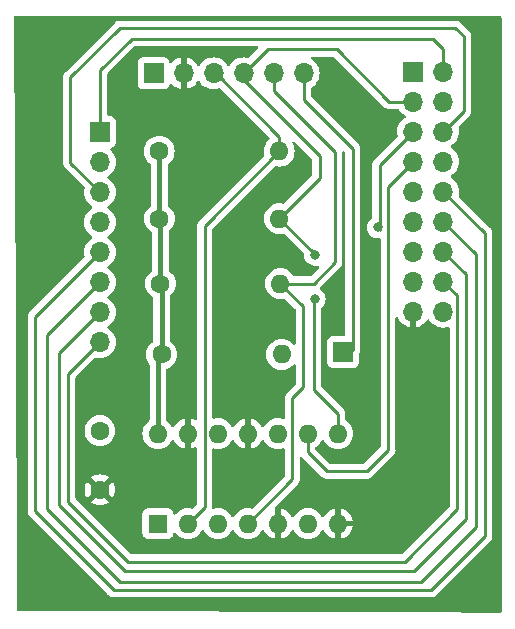
<source format=gbl>
%TF.GenerationSoftware,KiCad,Pcbnew,7.0.1*%
%TF.CreationDate,2024-07-09T13:26:22+08:00*%
%TF.ProjectId,iecadp,69656361-6470-42e6-9b69-6361645f7063,rev?*%
%TF.SameCoordinates,Original*%
%TF.FileFunction,Copper,L2,Bot*%
%TF.FilePolarity,Positive*%
%FSLAX46Y46*%
G04 Gerber Fmt 4.6, Leading zero omitted, Abs format (unit mm)*
G04 Created by KiCad (PCBNEW 7.0.1) date 2024-07-09 13:26:22*
%MOMM*%
%LPD*%
G01*
G04 APERTURE LIST*
%TA.AperFunction,ComponentPad*%
%ADD10R,1.700000X1.700000*%
%TD*%
%TA.AperFunction,ComponentPad*%
%ADD11O,1.700000X1.700000*%
%TD*%
%TA.AperFunction,ComponentPad*%
%ADD12R,1.600000X1.600000*%
%TD*%
%TA.AperFunction,ComponentPad*%
%ADD13O,1.600000X1.600000*%
%TD*%
%TA.AperFunction,ComponentPad*%
%ADD14C,1.600000*%
%TD*%
%TA.AperFunction,ViaPad*%
%ADD15C,0.800000*%
%TD*%
%TA.AperFunction,Conductor*%
%ADD16C,0.250000*%
%TD*%
%TA.AperFunction,Conductor*%
%ADD17C,0.400000*%
%TD*%
G04 APERTURE END LIST*
D10*
%TO.P,J4,1,Pin_1*%
%TO.N,Net-(J1-Pin_2)*%
X115500000Y-68920000D03*
D11*
%TO.P,J4,2,Pin_2*%
%TO.N,Net-(J1-Pin_4)*%
X115500000Y-71460000D03*
%TO.P,J4,3,Pin_3*%
%TO.N,Net-(J1-Pin_6)*%
X115500000Y-74000000D03*
%TO.P,J4,4,Pin_4*%
%TO.N,Net-(J1-Pin_8)*%
X115500000Y-76540000D03*
%TO.P,J4,5,Pin_5*%
%TO.N,Net-(J1-Pin_10)*%
X115500000Y-79080000D03*
%TO.P,J4,6,Pin_6*%
%TO.N,Net-(J1-Pin_12)*%
X115500000Y-81620000D03*
%TO.P,J4,7,Pin_7*%
%TO.N,Net-(J1-Pin_14)*%
X115500000Y-84160000D03*
%TO.P,J4,8,Pin_8*%
%TO.N,Net-(J1-Pin_16)*%
X115500000Y-86700000D03*
%TD*%
D12*
%TO.P,U1,1*%
%TO.N,Net-(J1-Pin_9)*%
X120400000Y-102065000D03*
D13*
%TO.P,U1,2*%
%TO.N,Net-(J2-Pin_3)*%
X122940000Y-102065000D03*
%TO.P,U1,3*%
%TO.N,Net-(J1-Pin_5)*%
X125480000Y-102065000D03*
%TO.P,U1,4*%
%TO.N,DATA*%
X128020000Y-102065000D03*
%TO.P,U1,5*%
%TO.N,GND*%
X130560000Y-102065000D03*
%TO.P,U1,6*%
%TO.N,unconnected-(U1-Pad6)*%
X133100000Y-102065000D03*
%TO.P,U1,7,GND*%
%TO.N,GND*%
X135640000Y-102065000D03*
%TO.P,U1,8*%
%TO.N,CLK*%
X135640000Y-94445000D03*
%TO.P,U1,9*%
%TO.N,Net-(J1-Pin_7)*%
X133100000Y-94445000D03*
%TO.P,U1,10*%
%TO.N,unconnected-(U1-Pad10)*%
X130560000Y-94445000D03*
%TO.P,U1,11*%
%TO.N,GND*%
X128020000Y-94445000D03*
%TO.P,U1,12*%
%TO.N,unconnected-(U1-Pad12)*%
X125480000Y-94445000D03*
%TO.P,U1,13*%
%TO.N,GND*%
X122940000Y-94445000D03*
%TO.P,U1,14,VCC*%
%TO.N,VCC*%
X120400000Y-94445000D03*
%TD*%
D14*
%TO.P,R1,1*%
%TO.N,VCC*%
X120720000Y-87745000D03*
D13*
%TO.P,R1,2*%
%TO.N,RS*%
X130880000Y-87745000D03*
%TD*%
D14*
%TO.P,R4,1*%
%TO.N,VCC*%
X120520000Y-70545000D03*
D13*
%TO.P,R4,2*%
%TO.N,Net-(J2-Pin_3)*%
X130680000Y-70545000D03*
%TD*%
D10*
%TO.P,J2,1,Pin_1*%
%TO.N,unconnected-(J2-Pin_1-Pad1)*%
X120040000Y-63945000D03*
D11*
%TO.P,J2,2,Pin_2*%
%TO.N,GND*%
X122580000Y-63945000D03*
%TO.P,J2,3,Pin_3*%
%TO.N,Net-(J2-Pin_3)*%
X125120000Y-63945000D03*
%TO.P,J2,4,Pin_4*%
%TO.N,CLK*%
X127660000Y-63945000D03*
%TO.P,J2,5,Pin_5*%
%TO.N,DATA*%
X130200000Y-63945000D03*
%TO.P,J2,6,Pin_6*%
%TO.N,RS*%
X132740000Y-63945000D03*
%TD*%
D14*
%TO.P,C1,1*%
%TO.N,VCC*%
X115500000Y-94200000D03*
%TO.P,C1,2*%
%TO.N,GND*%
X115500000Y-99200000D03*
%TD*%
D10*
%TO.P,J3,1,Pin_1*%
%TO.N,RS*%
X136095000Y-87545000D03*
%TD*%
D14*
%TO.P,R3,1*%
%TO.N,VCC*%
X120540000Y-76245000D03*
D13*
%TO.P,R3,2*%
%TO.N,CLK*%
X130700000Y-76245000D03*
%TD*%
D14*
%TO.P,R2,1*%
%TO.N,VCC*%
X120620000Y-81745000D03*
D13*
%TO.P,R2,2*%
%TO.N,DATA*%
X130780000Y-81745000D03*
%TD*%
D10*
%TO.P,J1,1,Pin_1*%
%TO.N,DATA*%
X142020000Y-63795000D03*
D11*
%TO.P,J1,2,Pin_2*%
%TO.N,Net-(J1-Pin_2)*%
X144560000Y-63795000D03*
%TO.P,J1,3,Pin_3*%
%TO.N,CLK*%
X142020000Y-66335000D03*
%TO.P,J1,4,Pin_4*%
%TO.N,Net-(J1-Pin_4)*%
X144560000Y-66335000D03*
%TO.P,J1,5,Pin_5*%
%TO.N,Net-(J1-Pin_5)*%
X142020000Y-68875000D03*
%TO.P,J1,6,Pin_6*%
%TO.N,Net-(J1-Pin_6)*%
X144560000Y-68875000D03*
%TO.P,J1,7,Pin_7*%
%TO.N,Net-(J1-Pin_7)*%
X142020000Y-71415000D03*
%TO.P,J1,8,Pin_8*%
%TO.N,Net-(J1-Pin_8)*%
X144560000Y-71415000D03*
%TO.P,J1,9,Pin_9*%
%TO.N,Net-(J1-Pin_9)*%
X142020000Y-73955000D03*
%TO.P,J1,10,Pin_10*%
%TO.N,Net-(J1-Pin_10)*%
X144560000Y-73955000D03*
%TO.P,J1,11,Pin_11*%
%TO.N,unconnected-(J1-Pin_11-Pad11)*%
X142020000Y-76495000D03*
%TO.P,J1,12,Pin_12*%
%TO.N,Net-(J1-Pin_12)*%
X144560000Y-76495000D03*
%TO.P,J1,13,Pin_13*%
%TO.N,unconnected-(J1-Pin_13-Pad13)*%
X142020000Y-79035000D03*
%TO.P,J1,14,Pin_14*%
%TO.N,Net-(J1-Pin_14)*%
X144560000Y-79035000D03*
%TO.P,J1,15,Pin_15*%
%TO.N,unconnected-(J1-Pin_15-Pad15)*%
X142020000Y-81575000D03*
%TO.P,J1,16,Pin_16*%
%TO.N,Net-(J1-Pin_16)*%
X144560000Y-81575000D03*
%TO.P,J1,17,Pin_17*%
%TO.N,GND*%
X142020000Y-84115000D03*
%TO.P,J1,18,Pin_18*%
%TO.N,VCC*%
X144560000Y-84115000D03*
%TD*%
D15*
%TO.N,GND*%
X148000000Y-108000000D03*
X139000000Y-70000000D03*
X110000000Y-78000000D03*
X148000000Y-74000000D03*
X110000000Y-108000000D03*
%TO.N,CLK*%
X133695000Y-79345000D03*
X133695000Y-83045000D03*
%TO.N,Net-(J1-Pin_5)*%
X139000000Y-77000000D03*
%TD*%
D16*
%TO.N,VCC*%
X120620000Y-87645000D02*
X120720000Y-87745000D01*
X120620000Y-88120000D02*
X120295000Y-88445000D01*
X120540000Y-70565000D02*
X120520000Y-70545000D01*
X120620000Y-76325000D02*
X120540000Y-76245000D01*
D17*
X120540000Y-76245000D02*
X120540000Y-70565000D01*
X120400000Y-94445000D02*
X120400000Y-88065000D01*
D16*
X120520000Y-76225000D02*
X120540000Y-76245000D01*
X120720000Y-81845000D02*
X120620000Y-81745000D01*
X120400000Y-88065000D02*
X120720000Y-87745000D01*
D17*
X120720000Y-87745000D02*
X120720000Y-81845000D01*
X120620000Y-81745000D02*
X120620000Y-76325000D01*
D16*
%TO.N,CLK*%
X135640000Y-92790000D02*
X135640000Y-94445000D01*
X133695000Y-79345000D02*
X133695000Y-79240000D01*
X133595000Y-83145000D02*
X133595000Y-90745000D01*
X133695000Y-79240000D02*
X130700000Y-76245000D01*
X134095000Y-70945000D02*
X134095000Y-72850000D01*
X135550000Y-61900000D02*
X129705000Y-61900000D01*
X127660000Y-63945000D02*
X127660000Y-64510000D01*
X133595000Y-90745000D02*
X135640000Y-92790000D01*
X134095000Y-72850000D02*
X130700000Y-76245000D01*
X133695000Y-83045000D02*
X133595000Y-83145000D01*
X139985000Y-66335000D02*
X135550000Y-61900000D01*
X129705000Y-61900000D02*
X127660000Y-63945000D01*
X142020000Y-66335000D02*
X139985000Y-66335000D01*
X127660000Y-64510000D02*
X134095000Y-70945000D01*
%TO.N,DATA*%
X131795000Y-91445000D02*
X132695000Y-90545000D01*
X128020000Y-102065000D02*
X131795000Y-98290000D01*
X131795000Y-98290000D02*
X131795000Y-91445000D01*
X130200000Y-65450000D02*
X130200000Y-63945000D01*
X135395000Y-70645000D02*
X130200000Y-65450000D01*
X133595000Y-81745000D02*
X135395000Y-79945000D01*
X132695000Y-83660000D02*
X130780000Y-81745000D01*
X130780000Y-81745000D02*
X133595000Y-81745000D01*
X135395000Y-79945000D02*
X135395000Y-70645000D01*
X132695000Y-90545000D02*
X132695000Y-83660000D01*
%TO.N,RS*%
X136500000Y-87645000D02*
X136400000Y-87745000D01*
X132740000Y-66190000D02*
X136900000Y-70350000D01*
X132740000Y-63945000D02*
X132740000Y-66190000D01*
X136900000Y-70350000D02*
X136900000Y-87345000D01*
X136900000Y-87345000D02*
X136500000Y-87745000D01*
%TO.N,Net-(J1-Pin_2)*%
X144560000Y-61860000D02*
X143700000Y-61000000D01*
X144560000Y-63795000D02*
X144560000Y-61860000D01*
X143700000Y-61000000D02*
X118200000Y-61000000D01*
X115500000Y-63700000D02*
X115500000Y-68920000D01*
X144560000Y-63795000D02*
X144200000Y-63435000D01*
X118200000Y-61000000D02*
X115500000Y-63700000D01*
%TO.N,Net-(J1-Pin_5)*%
X139170500Y-77200000D02*
X139170500Y-71724500D01*
X139170500Y-71724500D02*
X142020000Y-68875000D01*
%TO.N,Net-(J1-Pin_6)*%
X146300000Y-67135000D02*
X146300000Y-60800000D01*
X117200000Y-60100000D02*
X113000000Y-64300000D01*
X145600000Y-60100000D02*
X117200000Y-60100000D01*
X113000000Y-64300000D02*
X113000000Y-71500000D01*
X146300000Y-60800000D02*
X145600000Y-60100000D01*
X144560000Y-68875000D02*
X146300000Y-67135000D01*
X113000000Y-71500000D02*
X115500000Y-74000000D01*
%TO.N,Net-(J1-Pin_7)*%
X133100000Y-96050000D02*
X134695000Y-97645000D01*
X139895000Y-95845000D02*
X139895000Y-73540000D01*
X138095000Y-97645000D02*
X139895000Y-95845000D01*
X139895000Y-73540000D02*
X142020000Y-71415000D01*
X134695000Y-97645000D02*
X138095000Y-97645000D01*
X133100000Y-94445000D02*
X133100000Y-96050000D01*
%TO.N,Net-(J1-Pin_10)*%
X148100000Y-77495000D02*
X148100000Y-103100000D01*
X110000000Y-84580000D02*
X115500000Y-79080000D01*
X148100000Y-103100000D02*
X143500000Y-107700000D01*
X143500000Y-107700000D02*
X116700000Y-107700000D01*
X110000000Y-101000000D02*
X110000000Y-84580000D01*
X144560000Y-73955000D02*
X148100000Y-77495000D01*
X116700000Y-107700000D02*
X110000000Y-101000000D01*
%TO.N,Net-(J1-Pin_12)*%
X144560000Y-76495000D02*
X147300000Y-79235000D01*
X111000000Y-100800000D02*
X111000000Y-86120000D01*
X111000000Y-86120000D02*
X115500000Y-81620000D01*
X147300000Y-102400000D02*
X142700000Y-107000000D01*
X147300000Y-79235000D02*
X147300000Y-102400000D01*
X117200000Y-107000000D02*
X111000000Y-100800000D01*
X142700000Y-107000000D02*
X117200000Y-107000000D01*
%TO.N,Net-(J1-Pin_14)*%
X117600000Y-106100000D02*
X112000000Y-100500000D01*
X144560000Y-79035000D02*
X146500000Y-80975000D01*
X146500000Y-101700000D02*
X142100000Y-106100000D01*
X146500000Y-80975000D02*
X146500000Y-101700000D01*
X142100000Y-106100000D02*
X117600000Y-106100000D01*
X112000000Y-100500000D02*
X112000000Y-87660000D01*
X112000000Y-87660000D02*
X115500000Y-84160000D01*
%TO.N,Net-(J1-Pin_16)*%
X141300000Y-105300000D02*
X117900000Y-105300000D01*
X112800000Y-89400000D02*
X115500000Y-86700000D01*
X112800000Y-100200000D02*
X112800000Y-89400000D01*
X144560000Y-81575000D02*
X145735000Y-82750000D01*
X145735000Y-82750000D02*
X145735000Y-100865000D01*
X145735000Y-100865000D02*
X141300000Y-105300000D01*
X117900000Y-105300000D02*
X112800000Y-100200000D01*
%TO.N,Net-(J2-Pin_3)*%
X124355000Y-100650000D02*
X122940000Y-102065000D01*
X130680000Y-70545000D02*
X130680000Y-69330000D01*
X124355000Y-76870000D02*
X124355000Y-100650000D01*
X125295000Y-63945000D02*
X125120000Y-63945000D01*
X130680000Y-69330000D02*
X125295000Y-63945000D01*
X130680000Y-70545000D02*
X124355000Y-76870000D01*
%TD*%
%TA.AperFunction,Conductor*%
%TO.N,GND*%
G36*
X128851843Y-61639015D02*
G01*
X128895866Y-61676615D01*
X128918021Y-61730102D01*
X128913479Y-61787818D01*
X128883229Y-61837181D01*
X128115646Y-62604762D01*
X128060058Y-62636856D01*
X127995872Y-62636856D01*
X127911930Y-62614364D01*
X127895405Y-62609936D01*
X127660000Y-62589340D01*
X127424592Y-62609936D01*
X127196336Y-62671097D01*
X126982170Y-62770965D01*
X126788598Y-62906505D01*
X126621505Y-63073598D01*
X126491575Y-63259159D01*
X126447257Y-63298025D01*
X126390000Y-63312036D01*
X126332743Y-63298025D01*
X126288425Y-63259159D01*
X126158494Y-63073598D01*
X125991404Y-62906508D01*
X125991401Y-62906505D01*
X125797830Y-62770965D01*
X125583663Y-62671097D01*
X125522501Y-62654709D01*
X125355407Y-62609936D01*
X125120000Y-62589340D01*
X124884592Y-62609936D01*
X124656336Y-62671097D01*
X124442170Y-62770965D01*
X124248598Y-62906505D01*
X124081508Y-63073595D01*
X123951269Y-63259596D01*
X123906951Y-63298461D01*
X123849694Y-63312472D01*
X123792437Y-63298461D01*
X123748119Y-63259595D01*
X123618109Y-63073921D01*
X123451081Y-62906893D01*
X123257576Y-62771399D01*
X123043492Y-62671569D01*
X122830000Y-62614364D01*
X122830000Y-65275635D01*
X123043492Y-65218430D01*
X123257576Y-65118600D01*
X123451081Y-64983106D01*
X123618109Y-64816078D01*
X123748119Y-64630405D01*
X123792437Y-64591539D01*
X123849694Y-64577528D01*
X123906951Y-64591539D01*
X123951267Y-64630402D01*
X124081505Y-64816401D01*
X124248599Y-64983495D01*
X124442170Y-65119035D01*
X124656337Y-65218903D01*
X124884592Y-65280063D01*
X125120000Y-65300659D01*
X125355408Y-65280063D01*
X125583663Y-65218903D01*
X125583663Y-65218902D01*
X125593892Y-65216162D01*
X125658079Y-65216162D01*
X125713666Y-65248256D01*
X129837930Y-69372521D01*
X129870024Y-69428108D01*
X129870024Y-69492296D01*
X129837930Y-69547883D01*
X129679953Y-69705859D01*
X129549432Y-69892264D01*
X129453261Y-70098502D01*
X129394364Y-70318310D01*
X129374531Y-70544999D01*
X129394364Y-70771690D01*
X129412680Y-70840047D01*
X129412680Y-70904234D01*
X129380586Y-70959821D01*
X123971208Y-76369199D01*
X123955110Y-76382096D01*
X123907096Y-76433225D01*
X123904391Y-76436017D01*
X123884874Y-76455534D01*
X123882415Y-76458705D01*
X123874842Y-76467572D01*
X123844935Y-76499420D01*
X123835285Y-76516974D01*
X123824609Y-76533228D01*
X123812326Y-76549063D01*
X123794975Y-76589158D01*
X123789838Y-76599644D01*
X123768802Y-76637907D01*
X123763821Y-76657309D01*
X123757520Y-76675711D01*
X123749561Y-76694102D01*
X123742728Y-76737242D01*
X123740360Y-76748674D01*
X123729500Y-76790978D01*
X123729500Y-76811016D01*
X123727973Y-76830415D01*
X123724840Y-76850194D01*
X123728950Y-76893675D01*
X123729500Y-76905344D01*
X123729500Y-93184117D01*
X123714214Y-93243760D01*
X123672125Y-93288697D01*
X123613610Y-93307851D01*
X123553096Y-93296499D01*
X123386328Y-93218734D01*
X123190000Y-93166128D01*
X123190000Y-95723871D01*
X123386328Y-95671265D01*
X123553096Y-95593501D01*
X123613610Y-95582149D01*
X123672125Y-95601303D01*
X123714214Y-95646240D01*
X123729500Y-95705883D01*
X123729500Y-100339547D01*
X123720061Y-100387000D01*
X123693183Y-100427225D01*
X123428362Y-100692046D01*
X123354821Y-100765587D01*
X123299234Y-100797680D01*
X123235047Y-100797680D01*
X123166690Y-100779364D01*
X122939999Y-100759531D01*
X122713310Y-100779364D01*
X122493502Y-100838261D01*
X122287264Y-100934432D01*
X122100859Y-101064953D01*
X121939951Y-101225861D01*
X121922725Y-101250463D01*
X121877882Y-101289600D01*
X121819969Y-101303333D01*
X121762328Y-101288499D01*
X121718239Y-101248514D01*
X121697861Y-101192592D01*
X121694091Y-101157517D01*
X121643796Y-101022669D01*
X121557546Y-100907454D01*
X121442331Y-100821204D01*
X121307483Y-100770909D01*
X121247873Y-100764500D01*
X121247869Y-100764500D01*
X119552130Y-100764500D01*
X119492515Y-100770909D01*
X119357669Y-100821204D01*
X119242454Y-100907454D01*
X119156204Y-101022668D01*
X119105909Y-101157515D01*
X119105909Y-101157517D01*
X119101037Y-101202837D01*
X119099500Y-101217130D01*
X119099500Y-102912869D01*
X119105909Y-102972483D01*
X119156204Y-103107331D01*
X119242454Y-103222546D01*
X119357669Y-103308796D01*
X119492517Y-103359091D01*
X119552127Y-103365500D01*
X121247872Y-103365499D01*
X121307483Y-103359091D01*
X121442331Y-103308796D01*
X121557546Y-103222546D01*
X121643796Y-103107331D01*
X121694091Y-102972483D01*
X121697862Y-102937405D01*
X121718239Y-102881486D01*
X121762328Y-102841501D01*
X121819969Y-102826667D01*
X121877882Y-102840400D01*
X121922725Y-102879537D01*
X121939951Y-102904138D01*
X122100859Y-103065046D01*
X122287264Y-103195567D01*
X122287265Y-103195567D01*
X122287266Y-103195568D01*
X122493504Y-103291739D01*
X122713308Y-103350635D01*
X122940000Y-103370468D01*
X123166692Y-103350635D01*
X123386496Y-103291739D01*
X123592734Y-103195568D01*
X123779139Y-103065047D01*
X123940047Y-102904139D01*
X124070568Y-102717734D01*
X124097618Y-102659724D01*
X124143375Y-102607549D01*
X124210000Y-102588129D01*
X124276625Y-102607549D01*
X124322382Y-102659725D01*
X124349431Y-102717733D01*
X124479953Y-102904140D01*
X124640859Y-103065046D01*
X124827264Y-103195567D01*
X124827265Y-103195567D01*
X124827266Y-103195568D01*
X125033504Y-103291739D01*
X125253308Y-103350635D01*
X125480000Y-103370468D01*
X125706692Y-103350635D01*
X125926496Y-103291739D01*
X126132734Y-103195568D01*
X126319139Y-103065047D01*
X126480047Y-102904139D01*
X126610568Y-102717734D01*
X126637618Y-102659724D01*
X126683375Y-102607549D01*
X126750000Y-102588129D01*
X126816625Y-102607549D01*
X126862382Y-102659725D01*
X126889431Y-102717733D01*
X127019953Y-102904140D01*
X127180859Y-103065046D01*
X127367264Y-103195567D01*
X127367265Y-103195567D01*
X127367266Y-103195568D01*
X127573504Y-103291739D01*
X127793308Y-103350635D01*
X128020000Y-103370468D01*
X128246692Y-103350635D01*
X128466496Y-103291739D01*
X128672734Y-103195568D01*
X128859139Y-103065047D01*
X129020047Y-102904139D01*
X129150568Y-102717734D01*
X129177893Y-102659134D01*
X129223649Y-102606959D01*
X129290274Y-102587539D01*
X129356899Y-102606958D01*
X129402657Y-102659133D01*
X129429866Y-102717482D01*
X129560341Y-102903819D01*
X129721180Y-103064658D01*
X129907519Y-103195134D01*
X130113673Y-103291266D01*
X130309999Y-103343871D01*
X130310000Y-103343872D01*
X130310000Y-103343871D01*
X130810000Y-103343871D01*
X131006326Y-103291266D01*
X131212480Y-103195134D01*
X131398819Y-103064658D01*
X131559658Y-102903819D01*
X131690135Y-102717479D01*
X131717342Y-102659135D01*
X131763098Y-102606959D01*
X131829723Y-102587539D01*
X131896348Y-102606958D01*
X131942105Y-102659132D01*
X131969432Y-102717733D01*
X131969433Y-102717736D01*
X132099953Y-102904140D01*
X132260859Y-103065046D01*
X132447264Y-103195567D01*
X132447265Y-103195567D01*
X132447266Y-103195568D01*
X132653504Y-103291739D01*
X132873308Y-103350635D01*
X133100000Y-103370468D01*
X133326692Y-103350635D01*
X133546496Y-103291739D01*
X133752734Y-103195568D01*
X133939139Y-103065047D01*
X134100047Y-102904139D01*
X134230568Y-102717734D01*
X134257893Y-102659134D01*
X134303649Y-102606959D01*
X134370274Y-102587539D01*
X134436899Y-102606958D01*
X134482657Y-102659133D01*
X134509866Y-102717482D01*
X134640341Y-102903819D01*
X134801180Y-103064658D01*
X134987519Y-103195134D01*
X135193673Y-103291266D01*
X135389999Y-103343871D01*
X135390000Y-103343872D01*
X135390000Y-102315000D01*
X135890000Y-102315000D01*
X135890000Y-103343871D01*
X136086326Y-103291266D01*
X136292480Y-103195134D01*
X136478819Y-103064658D01*
X136639658Y-102903819D01*
X136770134Y-102717480D01*
X136866266Y-102511326D01*
X136918872Y-102315000D01*
X135890000Y-102315000D01*
X135390000Y-102315000D01*
X135390000Y-100786128D01*
X135890000Y-100786128D01*
X135890000Y-101815000D01*
X136918872Y-101815000D01*
X136918871Y-101814999D01*
X136866266Y-101618673D01*
X136770134Y-101412519D01*
X136639658Y-101226180D01*
X136478819Y-101065341D01*
X136292480Y-100934865D01*
X136086326Y-100838733D01*
X135890000Y-100786128D01*
X135390000Y-100786128D01*
X135389999Y-100786128D01*
X135193673Y-100838733D01*
X134987519Y-100934865D01*
X134801180Y-101065341D01*
X134640341Y-101226180D01*
X134509863Y-101412522D01*
X134482656Y-101470866D01*
X134436899Y-101523041D01*
X134370274Y-101542460D01*
X134303650Y-101523040D01*
X134257893Y-101470865D01*
X134256225Y-101467289D01*
X134230568Y-101412266D01*
X134186144Y-101348822D01*
X134100046Y-101225859D01*
X133939140Y-101064953D01*
X133752735Y-100934432D01*
X133546497Y-100838261D01*
X133326689Y-100779364D01*
X133100000Y-100759531D01*
X132873310Y-100779364D01*
X132653502Y-100838261D01*
X132447264Y-100934432D01*
X132260859Y-101064953D01*
X132099953Y-101225859D01*
X131969430Y-101412267D01*
X131942105Y-101470866D01*
X131896348Y-101523041D01*
X131829723Y-101542460D01*
X131763099Y-101523040D01*
X131717342Y-101470865D01*
X131690134Y-101412519D01*
X131559658Y-101226180D01*
X131398819Y-101065341D01*
X131212480Y-100934865D01*
X131006326Y-100838733D01*
X130810000Y-100786128D01*
X130810000Y-103343871D01*
X130310000Y-103343871D01*
X130310000Y-100761922D01*
X130309539Y-100761293D01*
X130305003Y-100692046D01*
X130338379Y-100631210D01*
X132178789Y-98790800D01*
X132194885Y-98777906D01*
X132196873Y-98775787D01*
X132196877Y-98775786D01*
X132242948Y-98726723D01*
X132245566Y-98724023D01*
X132265120Y-98704471D01*
X132267581Y-98701298D01*
X132275156Y-98692427D01*
X132305062Y-98660582D01*
X132314717Y-98643018D01*
X132325394Y-98626764D01*
X132337673Y-98610936D01*
X132355018Y-98570852D01*
X132360160Y-98560356D01*
X132381197Y-98522092D01*
X132386179Y-98502684D01*
X132392481Y-98484280D01*
X132400437Y-98465896D01*
X132407269Y-98422752D01*
X132409633Y-98411338D01*
X132420500Y-98369019D01*
X132420500Y-98348984D01*
X132422027Y-98329585D01*
X132422068Y-98329321D01*
X132425160Y-98309804D01*
X132421050Y-98266325D01*
X132420500Y-98254656D01*
X132420500Y-96560545D01*
X132435838Y-96500808D01*
X132478057Y-96455849D01*
X132536713Y-96436790D01*
X132597296Y-96448346D01*
X132627146Y-96473040D01*
X132628336Y-96471602D01*
X132674058Y-96509426D01*
X132682699Y-96517289D01*
X134194197Y-98028787D01*
X134207098Y-98044889D01*
X134209212Y-98046874D01*
X134209214Y-98046877D01*
X134256561Y-98091339D01*
X134258240Y-98092916D01*
X134261036Y-98095626D01*
X134280530Y-98115120D01*
X134283704Y-98117582D01*
X134292568Y-98125153D01*
X134324418Y-98155062D01*
X134334914Y-98160832D01*
X134341974Y-98164714D01*
X134358231Y-98175392D01*
X134374064Y-98187674D01*
X134390185Y-98194649D01*
X134414156Y-98205023D01*
X134424643Y-98210160D01*
X134462908Y-98231197D01*
X134482316Y-98236180D01*
X134500710Y-98242478D01*
X134519105Y-98250438D01*
X134562254Y-98257271D01*
X134573680Y-98259638D01*
X134589222Y-98263629D01*
X134615980Y-98270500D01*
X134615981Y-98270500D01*
X134636016Y-98270500D01*
X134655413Y-98272026D01*
X134675196Y-98275160D01*
X134718674Y-98271050D01*
X134730344Y-98270500D01*
X138012256Y-98270500D01*
X138032762Y-98272764D01*
X138035665Y-98272672D01*
X138035667Y-98272673D01*
X138102872Y-98270561D01*
X138106768Y-98270500D01*
X138134349Y-98270500D01*
X138134350Y-98270500D01*
X138138319Y-98269998D01*
X138149965Y-98269080D01*
X138193627Y-98267709D01*
X138212859Y-98262120D01*
X138231918Y-98258174D01*
X138239091Y-98257268D01*
X138251792Y-98255664D01*
X138292407Y-98239582D01*
X138303444Y-98235803D01*
X138345390Y-98223618D01*
X138362629Y-98213422D01*
X138380102Y-98204862D01*
X138398732Y-98197486D01*
X138434064Y-98171814D01*
X138443830Y-98165400D01*
X138481418Y-98143171D01*
X138481417Y-98143171D01*
X138481420Y-98143170D01*
X138495585Y-98129004D01*
X138510373Y-98116373D01*
X138526587Y-98104594D01*
X138554438Y-98070926D01*
X138562279Y-98062309D01*
X140278789Y-96345800D01*
X140294885Y-96332906D01*
X140296873Y-96330787D01*
X140296877Y-96330786D01*
X140342948Y-96281723D01*
X140345566Y-96279023D01*
X140365120Y-96259471D01*
X140367581Y-96256298D01*
X140375156Y-96247427D01*
X140405062Y-96215582D01*
X140414717Y-96198018D01*
X140425394Y-96181764D01*
X140437673Y-96165936D01*
X140455018Y-96125852D01*
X140460160Y-96115356D01*
X140481197Y-96077092D01*
X140486179Y-96057684D01*
X140492481Y-96039280D01*
X140500437Y-96020896D01*
X140507269Y-95977752D01*
X140509633Y-95966338D01*
X140520500Y-95924019D01*
X140520500Y-95903984D01*
X140522027Y-95884585D01*
X140522068Y-95884321D01*
X140525160Y-95864804D01*
X140521050Y-95821325D01*
X140520500Y-95809656D01*
X140520500Y-84653013D01*
X140538211Y-84589148D01*
X140586285Y-84543528D01*
X140650989Y-84529183D01*
X140713840Y-84550212D01*
X140756882Y-84600608D01*
X140846399Y-84792576D01*
X140981893Y-84986081D01*
X141148918Y-85153106D01*
X141342423Y-85288600D01*
X141556507Y-85388430D01*
X141769999Y-85445635D01*
X141770000Y-85445636D01*
X141770000Y-83989000D01*
X141786613Y-83927000D01*
X141832000Y-83881613D01*
X141894000Y-83865000D01*
X142146000Y-83865000D01*
X142208000Y-83881613D01*
X142253387Y-83927000D01*
X142270000Y-83989000D01*
X142270000Y-85445635D01*
X142483492Y-85388430D01*
X142697576Y-85288600D01*
X142891081Y-85153106D01*
X143058109Y-84986078D01*
X143188119Y-84800405D01*
X143232437Y-84761539D01*
X143289694Y-84747528D01*
X143346951Y-84761539D01*
X143391267Y-84800402D01*
X143521505Y-84986401D01*
X143688599Y-85153495D01*
X143882170Y-85289035D01*
X144096337Y-85388903D01*
X144324592Y-85450063D01*
X144560000Y-85470659D01*
X144795408Y-85450063D01*
X144941699Y-85410865D01*
X144953407Y-85407728D01*
X145009691Y-85405886D01*
X145060986Y-85429127D01*
X145096712Y-85472659D01*
X145109500Y-85527503D01*
X145109500Y-100554547D01*
X145100061Y-100602000D01*
X145073181Y-100642228D01*
X141077228Y-104638181D01*
X141037000Y-104665061D01*
X140989547Y-104674500D01*
X118210453Y-104674500D01*
X118163000Y-104665061D01*
X118122772Y-104638181D01*
X113763617Y-100279026D01*
X114774526Y-100279026D01*
X114847515Y-100330133D01*
X115053673Y-100426266D01*
X115273397Y-100485141D01*
X115500000Y-100504966D01*
X115726602Y-100485141D01*
X115946326Y-100426266D01*
X116152480Y-100330134D01*
X116225472Y-100279025D01*
X115500001Y-99553553D01*
X115500000Y-99553553D01*
X114774526Y-100279025D01*
X114774526Y-100279026D01*
X113763617Y-100279026D01*
X113461819Y-99977228D01*
X113434939Y-99937000D01*
X113425500Y-99889547D01*
X113425500Y-99199999D01*
X114195033Y-99199999D01*
X114214858Y-99426602D01*
X114273733Y-99646326D01*
X114369866Y-99852484D01*
X114420972Y-99925471D01*
X114420974Y-99925472D01*
X115146446Y-99200001D01*
X115853553Y-99200001D01*
X116579025Y-99925472D01*
X116630134Y-99852480D01*
X116726266Y-99646326D01*
X116785141Y-99426602D01*
X116804966Y-99199999D01*
X116785141Y-98973397D01*
X116726266Y-98753673D01*
X116630133Y-98547515D01*
X116579025Y-98474526D01*
X115853553Y-99200000D01*
X115853553Y-99200001D01*
X115146446Y-99200001D01*
X115146446Y-99200000D01*
X114420973Y-98474526D01*
X114420973Y-98474527D01*
X114369865Y-98547516D01*
X114273733Y-98753672D01*
X114214858Y-98973397D01*
X114195033Y-99199999D01*
X113425500Y-99199999D01*
X113425500Y-98120973D01*
X114774526Y-98120973D01*
X115500000Y-98846446D01*
X115500001Y-98846446D01*
X116225472Y-98120974D01*
X116225471Y-98120972D01*
X116152484Y-98069866D01*
X115946326Y-97973733D01*
X115726602Y-97914858D01*
X115500000Y-97895033D01*
X115273397Y-97914858D01*
X115053672Y-97973733D01*
X114847516Y-98069865D01*
X114774527Y-98120973D01*
X114774526Y-98120973D01*
X113425500Y-98120973D01*
X113425500Y-94200000D01*
X114194531Y-94200000D01*
X114214364Y-94426689D01*
X114273261Y-94646497D01*
X114369432Y-94852735D01*
X114499953Y-95039140D01*
X114660859Y-95200046D01*
X114847264Y-95330567D01*
X114847265Y-95330567D01*
X114847266Y-95330568D01*
X115053504Y-95426739D01*
X115273308Y-95485635D01*
X115500000Y-95505468D01*
X115726692Y-95485635D01*
X115946496Y-95426739D01*
X116152734Y-95330568D01*
X116339139Y-95200047D01*
X116500047Y-95039139D01*
X116630568Y-94852734D01*
X116726739Y-94646496D01*
X116780729Y-94445000D01*
X119094531Y-94445000D01*
X119114364Y-94671689D01*
X119173261Y-94891497D01*
X119269432Y-95097735D01*
X119399953Y-95284140D01*
X119560859Y-95445046D01*
X119747264Y-95575567D01*
X119747265Y-95575567D01*
X119747266Y-95575568D01*
X119953504Y-95671739D01*
X120173308Y-95730635D01*
X120400000Y-95750468D01*
X120626692Y-95730635D01*
X120846496Y-95671739D01*
X121052734Y-95575568D01*
X121239139Y-95445047D01*
X121400047Y-95284139D01*
X121530568Y-95097734D01*
X121557893Y-95039134D01*
X121603649Y-94986959D01*
X121670274Y-94967539D01*
X121736899Y-94986958D01*
X121782657Y-95039133D01*
X121809866Y-95097482D01*
X121940341Y-95283819D01*
X122101180Y-95444658D01*
X122287519Y-95575134D01*
X122493673Y-95671266D01*
X122689999Y-95723871D01*
X122690000Y-95723872D01*
X122690000Y-93166128D01*
X122689999Y-93166128D01*
X122493673Y-93218733D01*
X122287519Y-93314865D01*
X122101180Y-93445341D01*
X121940341Y-93606180D01*
X121809863Y-93792522D01*
X121782656Y-93850866D01*
X121736899Y-93903041D01*
X121670274Y-93922460D01*
X121603650Y-93903040D01*
X121557893Y-93850865D01*
X121530567Y-93792264D01*
X121400046Y-93605859D01*
X121239140Y-93444953D01*
X121153377Y-93384902D01*
X121114511Y-93340584D01*
X121100500Y-93283327D01*
X121100500Y-89081510D01*
X121119919Y-89014885D01*
X121172095Y-88969128D01*
X121372734Y-88875568D01*
X121559139Y-88745047D01*
X121720047Y-88584139D01*
X121850568Y-88397734D01*
X121946739Y-88191496D01*
X122005635Y-87971692D01*
X122025468Y-87745000D01*
X122005635Y-87518308D01*
X121946739Y-87298504D01*
X121850568Y-87092266D01*
X121811080Y-87035871D01*
X121720046Y-86905859D01*
X121559140Y-86744953D01*
X121473377Y-86684902D01*
X121434511Y-86640584D01*
X121420500Y-86583327D01*
X121420500Y-82835049D01*
X121429939Y-82787596D01*
X121456819Y-82747368D01*
X121620046Y-82584140D01*
X121670010Y-82512783D01*
X121750568Y-82397734D01*
X121846739Y-82191496D01*
X121905635Y-81971692D01*
X121925468Y-81745000D01*
X121905635Y-81518308D01*
X121846739Y-81298504D01*
X121750568Y-81092266D01*
X121645471Y-80942171D01*
X121620046Y-80905859D01*
X121459140Y-80744953D01*
X121373377Y-80684902D01*
X121334511Y-80640584D01*
X121320500Y-80583327D01*
X121320500Y-77350657D01*
X121334511Y-77293399D01*
X121373378Y-77249081D01*
X121374534Y-77248271D01*
X121379139Y-77245047D01*
X121540047Y-77084139D01*
X121670568Y-76897734D01*
X121766739Y-76691496D01*
X121825635Y-76471692D01*
X121845468Y-76245000D01*
X121825635Y-76018308D01*
X121766739Y-75798504D01*
X121670568Y-75592266D01*
X121607019Y-75501508D01*
X121540046Y-75405859D01*
X121379140Y-75244953D01*
X121293377Y-75184902D01*
X121254511Y-75140584D01*
X121240500Y-75083327D01*
X121240500Y-71692669D01*
X121254511Y-71635412D01*
X121293377Y-71591094D01*
X121333293Y-71563143D01*
X121359139Y-71545047D01*
X121520047Y-71384139D01*
X121650568Y-71197734D01*
X121746739Y-70991496D01*
X121805635Y-70771692D01*
X121825468Y-70545000D01*
X121825345Y-70543599D01*
X121816470Y-70442157D01*
X121805635Y-70318308D01*
X121746739Y-70098504D01*
X121650568Y-69892266D01*
X121649385Y-69890577D01*
X121520046Y-69705859D01*
X121359140Y-69544953D01*
X121172735Y-69414432D01*
X120966497Y-69318261D01*
X120746689Y-69259364D01*
X120520000Y-69239531D01*
X120293310Y-69259364D01*
X120073502Y-69318261D01*
X119867264Y-69414432D01*
X119680859Y-69544953D01*
X119519953Y-69705859D01*
X119389432Y-69892264D01*
X119293261Y-70098502D01*
X119234364Y-70318310D01*
X119214531Y-70544999D01*
X119234364Y-70771689D01*
X119293261Y-70991497D01*
X119389432Y-71197735D01*
X119519953Y-71384140D01*
X119680859Y-71545046D01*
X119786623Y-71619102D01*
X119825489Y-71663420D01*
X119839500Y-71720677D01*
X119839500Y-75083327D01*
X119825489Y-75140584D01*
X119786623Y-75184902D01*
X119700859Y-75244953D01*
X119539953Y-75405859D01*
X119409432Y-75592264D01*
X119313261Y-75798502D01*
X119254364Y-76018310D01*
X119234531Y-76244999D01*
X119254364Y-76471689D01*
X119313261Y-76691497D01*
X119409432Y-76897735D01*
X119539953Y-77084140D01*
X119700859Y-77245046D01*
X119866623Y-77361114D01*
X119905489Y-77405432D01*
X119919500Y-77462689D01*
X119919500Y-80583327D01*
X119905489Y-80640584D01*
X119866623Y-80684902D01*
X119780859Y-80744953D01*
X119619953Y-80905859D01*
X119489432Y-81092264D01*
X119393261Y-81298502D01*
X119334364Y-81518310D01*
X119314531Y-81745000D01*
X119334364Y-81971689D01*
X119393261Y-82191497D01*
X119489432Y-82397735D01*
X119619953Y-82584140D01*
X119780859Y-82745046D01*
X119966623Y-82875118D01*
X120005489Y-82919436D01*
X120019500Y-82976693D01*
X120019500Y-86583327D01*
X120005489Y-86640584D01*
X119966623Y-86684902D01*
X119880859Y-86744953D01*
X119719953Y-86905859D01*
X119589432Y-87092264D01*
X119493261Y-87298502D01*
X119434364Y-87518310D01*
X119414531Y-87745000D01*
X119434364Y-87971689D01*
X119493261Y-88191497D01*
X119589432Y-88397734D01*
X119654816Y-88491113D01*
X119676690Y-88550564D01*
X119679712Y-88582531D01*
X119692169Y-88617131D01*
X119699500Y-88659134D01*
X119699500Y-93283327D01*
X119685489Y-93340584D01*
X119646623Y-93384902D01*
X119560859Y-93444953D01*
X119399953Y-93605859D01*
X119269432Y-93792264D01*
X119173261Y-93998502D01*
X119114364Y-94218310D01*
X119094531Y-94445000D01*
X116780729Y-94445000D01*
X116785635Y-94426692D01*
X116805468Y-94200000D01*
X116785635Y-93973308D01*
X116726739Y-93753504D01*
X116630568Y-93547266D01*
X116558928Y-93444953D01*
X116500046Y-93360859D01*
X116339140Y-93199953D01*
X116152735Y-93069432D01*
X115946497Y-92973261D01*
X115726689Y-92914364D01*
X115500000Y-92894531D01*
X115273310Y-92914364D01*
X115053502Y-92973261D01*
X114847264Y-93069432D01*
X114660859Y-93199953D01*
X114499953Y-93360859D01*
X114369432Y-93547264D01*
X114273261Y-93753502D01*
X114214364Y-93973310D01*
X114194531Y-94200000D01*
X113425500Y-94200000D01*
X113425500Y-89710452D01*
X113434939Y-89662999D01*
X113461819Y-89622771D01*
X113494542Y-89590047D01*
X115044353Y-88040235D01*
X115099939Y-88008143D01*
X115164126Y-88008143D01*
X115264592Y-88035063D01*
X115421530Y-88048793D01*
X115499999Y-88055659D01*
X115499999Y-88055658D01*
X115500000Y-88055659D01*
X115735408Y-88035063D01*
X115963663Y-87973903D01*
X116177830Y-87874035D01*
X116371401Y-87738495D01*
X116538495Y-87571401D01*
X116674035Y-87377830D01*
X116773903Y-87163663D01*
X116835063Y-86935408D01*
X116855659Y-86700000D01*
X116835063Y-86464592D01*
X116773903Y-86236337D01*
X116674035Y-86022171D01*
X116538495Y-85828599D01*
X116371401Y-85661505D01*
X116185839Y-85531573D01*
X116146975Y-85487257D01*
X116132964Y-85430000D01*
X116146975Y-85372743D01*
X116185839Y-85328426D01*
X116371401Y-85198495D01*
X116538495Y-85031401D01*
X116674035Y-84837830D01*
X116773903Y-84623663D01*
X116835063Y-84395408D01*
X116855659Y-84160000D01*
X116835063Y-83924592D01*
X116773903Y-83696337D01*
X116674035Y-83482171D01*
X116538495Y-83288599D01*
X116371401Y-83121505D01*
X116185839Y-82991573D01*
X116146975Y-82947257D01*
X116132964Y-82890000D01*
X116146975Y-82832743D01*
X116185839Y-82788426D01*
X116371401Y-82658495D01*
X116538495Y-82491401D01*
X116674035Y-82297830D01*
X116773903Y-82083663D01*
X116835063Y-81855408D01*
X116855659Y-81620000D01*
X116835063Y-81384592D01*
X116773903Y-81156337D01*
X116674035Y-80942171D01*
X116538495Y-80748599D01*
X116371401Y-80581505D01*
X116185839Y-80451573D01*
X116146975Y-80407257D01*
X116132964Y-80350000D01*
X116146975Y-80292743D01*
X116185839Y-80248426D01*
X116371401Y-80118495D01*
X116538495Y-79951401D01*
X116674035Y-79757830D01*
X116773903Y-79543663D01*
X116835063Y-79315408D01*
X116855659Y-79080000D01*
X116835063Y-78844592D01*
X116773903Y-78616337D01*
X116674035Y-78402171D01*
X116538495Y-78208599D01*
X116371401Y-78041505D01*
X116185839Y-77911573D01*
X116146975Y-77867257D01*
X116132964Y-77810000D01*
X116146975Y-77752743D01*
X116185839Y-77708426D01*
X116371401Y-77578495D01*
X116538495Y-77411401D01*
X116674035Y-77217830D01*
X116773903Y-77003663D01*
X116835063Y-76775408D01*
X116855659Y-76540000D01*
X116835063Y-76304592D01*
X116773903Y-76076337D01*
X116674035Y-75862171D01*
X116538495Y-75668599D01*
X116371401Y-75501505D01*
X116185839Y-75371573D01*
X116146974Y-75327255D01*
X116132964Y-75269999D01*
X116146975Y-75212742D01*
X116185837Y-75168428D01*
X116371401Y-75038495D01*
X116538495Y-74871401D01*
X116674035Y-74677830D01*
X116773903Y-74463663D01*
X116835063Y-74235408D01*
X116855659Y-74000000D01*
X116835063Y-73764592D01*
X116773903Y-73536337D01*
X116674035Y-73322171D01*
X116538495Y-73128599D01*
X116371401Y-72961505D01*
X116185839Y-72831573D01*
X116146974Y-72787255D01*
X116132964Y-72729999D01*
X116146975Y-72672742D01*
X116185837Y-72628428D01*
X116371401Y-72498495D01*
X116538495Y-72331401D01*
X116674035Y-72137830D01*
X116773903Y-71923663D01*
X116835063Y-71695408D01*
X116855659Y-71460000D01*
X116835063Y-71224592D01*
X116773903Y-70996337D01*
X116674035Y-70782171D01*
X116538495Y-70588599D01*
X116416569Y-70466673D01*
X116385273Y-70413927D01*
X116383084Y-70352634D01*
X116410537Y-70297789D01*
X116460916Y-70262810D01*
X116592331Y-70213796D01*
X116707546Y-70127546D01*
X116793796Y-70012331D01*
X116844091Y-69877483D01*
X116850500Y-69817873D01*
X116850499Y-68022128D01*
X116844091Y-67962517D01*
X116793796Y-67827669D01*
X116707546Y-67712454D01*
X116592331Y-67626204D01*
X116457483Y-67575909D01*
X116397873Y-67569500D01*
X116397869Y-67569500D01*
X116249500Y-67569500D01*
X116187500Y-67552887D01*
X116142113Y-67507500D01*
X116125500Y-67445500D01*
X116125500Y-64842869D01*
X118689500Y-64842869D01*
X118691455Y-64861053D01*
X118695909Y-64902483D01*
X118746204Y-65037331D01*
X118832454Y-65152546D01*
X118947669Y-65238796D01*
X119082517Y-65289091D01*
X119142127Y-65295500D01*
X120937872Y-65295499D01*
X120997483Y-65289091D01*
X121132331Y-65238796D01*
X121247546Y-65152546D01*
X121333796Y-65037331D01*
X121383003Y-64905398D01*
X121417981Y-64855021D01*
X121472826Y-64827568D01*
X121534119Y-64829757D01*
X121586865Y-64861053D01*
X121708918Y-64983106D01*
X121902423Y-65118600D01*
X122116507Y-65218430D01*
X122329999Y-65275635D01*
X122330000Y-65275636D01*
X122330000Y-62614364D01*
X122329999Y-62614364D01*
X122116507Y-62671569D01*
X121902421Y-62771400D01*
X121708924Y-62906888D01*
X121586865Y-63028947D01*
X121534118Y-63060242D01*
X121472825Y-63062431D01*
X121417981Y-63034978D01*
X121383002Y-62984598D01*
X121355893Y-62911915D01*
X121333796Y-62852669D01*
X121247546Y-62737454D01*
X121132331Y-62651204D01*
X120997483Y-62600909D01*
X120937873Y-62594500D01*
X120937869Y-62594500D01*
X119142130Y-62594500D01*
X119082515Y-62600909D01*
X118947669Y-62651204D01*
X118832454Y-62737454D01*
X118746204Y-62852668D01*
X118695909Y-62987516D01*
X118689500Y-63047130D01*
X118689500Y-64842869D01*
X116125500Y-64842869D01*
X116125500Y-64010452D01*
X116134939Y-63962999D01*
X116161819Y-63922771D01*
X118422771Y-61661819D01*
X118462999Y-61634939D01*
X118510452Y-61625500D01*
X128795548Y-61625500D01*
X128851843Y-61639015D01*
G37*
%TD.AperFunction*%
%TA.AperFunction,Conductor*%
G36*
X131949931Y-69705530D02*
G01*
X132002049Y-69736640D01*
X133433181Y-71167772D01*
X133460061Y-71208000D01*
X133469500Y-71255453D01*
X133469500Y-72539548D01*
X133460061Y-72587001D01*
X133433181Y-72627229D01*
X131114821Y-74945586D01*
X131059234Y-74977680D01*
X130995047Y-74977680D01*
X130926690Y-74959364D01*
X130699999Y-74939531D01*
X130473310Y-74959364D01*
X130253502Y-75018261D01*
X130047264Y-75114432D01*
X129860859Y-75244953D01*
X129699953Y-75405859D01*
X129569432Y-75592264D01*
X129473261Y-75798502D01*
X129414364Y-76018310D01*
X129394531Y-76245000D01*
X129414364Y-76471689D01*
X129473261Y-76691497D01*
X129569432Y-76897735D01*
X129699953Y-77084140D01*
X129860859Y-77245046D01*
X130047264Y-77375567D01*
X130047265Y-77375567D01*
X130047266Y-77375568D01*
X130253504Y-77471739D01*
X130473308Y-77530635D01*
X130700000Y-77550468D01*
X130926692Y-77530635D01*
X130995049Y-77512319D01*
X131059235Y-77512319D01*
X131114823Y-77544413D01*
X132759688Y-79189278D01*
X132788894Y-79235566D01*
X132795328Y-79289918D01*
X132789540Y-79344998D01*
X132809326Y-79533257D01*
X132867820Y-79713284D01*
X132962466Y-79877216D01*
X133089129Y-80017889D01*
X133242269Y-80129151D01*
X133415197Y-80206144D01*
X133600352Y-80245500D01*
X133600354Y-80245500D01*
X133789646Y-80245500D01*
X133789647Y-80245500D01*
X133891004Y-80223955D01*
X133913882Y-80219093D01*
X133976744Y-80222057D01*
X134030055Y-80255499D01*
X134060084Y-80310805D01*
X134059095Y-80373729D01*
X134027344Y-80428064D01*
X133372228Y-81083181D01*
X133332000Y-81110061D01*
X133284547Y-81119500D01*
X131994188Y-81119500D01*
X131936931Y-81105489D01*
X131892613Y-81066623D01*
X131780046Y-80905859D01*
X131619140Y-80744953D01*
X131432735Y-80614432D01*
X131226497Y-80518261D01*
X131006689Y-80459364D01*
X130780000Y-80439531D01*
X130553310Y-80459364D01*
X130333502Y-80518261D01*
X130127264Y-80614432D01*
X129940859Y-80744953D01*
X129779953Y-80905859D01*
X129649432Y-81092264D01*
X129553261Y-81298502D01*
X129494364Y-81518310D01*
X129474531Y-81745000D01*
X129494364Y-81971689D01*
X129553261Y-82191497D01*
X129649432Y-82397735D01*
X129779953Y-82584140D01*
X129940859Y-82745046D01*
X130127264Y-82875567D01*
X130127265Y-82875567D01*
X130127266Y-82875568D01*
X130333504Y-82971739D01*
X130553308Y-83030635D01*
X130780000Y-83050468D01*
X131006692Y-83030635D01*
X131075048Y-83012319D01*
X131139234Y-83012319D01*
X131194822Y-83044413D01*
X132033181Y-83882772D01*
X132060061Y-83923000D01*
X132069500Y-83970453D01*
X132069500Y-86795951D01*
X132055985Y-86852246D01*
X132018385Y-86896269D01*
X131964898Y-86918424D01*
X131907182Y-86913882D01*
X131857819Y-86883632D01*
X131719140Y-86744953D01*
X131532735Y-86614432D01*
X131326497Y-86518261D01*
X131106689Y-86459364D01*
X130880000Y-86439531D01*
X130653310Y-86459364D01*
X130433502Y-86518261D01*
X130227264Y-86614432D01*
X130040859Y-86744953D01*
X129879953Y-86905859D01*
X129749432Y-87092264D01*
X129653261Y-87298502D01*
X129594364Y-87518310D01*
X129574531Y-87744999D01*
X129594364Y-87971689D01*
X129653261Y-88191497D01*
X129749432Y-88397735D01*
X129879953Y-88584140D01*
X130040859Y-88745046D01*
X130227264Y-88875567D01*
X130227265Y-88875567D01*
X130227266Y-88875568D01*
X130433504Y-88971739D01*
X130653308Y-89030635D01*
X130804436Y-89043857D01*
X130879999Y-89050468D01*
X130879999Y-89050467D01*
X130880000Y-89050468D01*
X131106692Y-89030635D01*
X131326496Y-88971739D01*
X131532734Y-88875568D01*
X131719139Y-88745047D01*
X131774277Y-88689909D01*
X131857819Y-88606368D01*
X131907182Y-88576118D01*
X131964898Y-88571576D01*
X132018385Y-88593731D01*
X132055985Y-88637754D01*
X132069500Y-88694049D01*
X132069500Y-90234547D01*
X132060061Y-90282000D01*
X132033181Y-90322228D01*
X131411208Y-90944199D01*
X131395110Y-90957096D01*
X131347096Y-91008225D01*
X131344391Y-91011017D01*
X131324874Y-91030534D01*
X131322415Y-91033705D01*
X131314842Y-91042572D01*
X131284935Y-91074420D01*
X131275285Y-91091974D01*
X131264609Y-91108228D01*
X131252326Y-91124063D01*
X131234975Y-91164158D01*
X131229838Y-91174644D01*
X131208802Y-91212907D01*
X131203821Y-91232309D01*
X131197520Y-91250711D01*
X131189561Y-91269102D01*
X131182728Y-91312242D01*
X131180360Y-91323674D01*
X131169500Y-91365978D01*
X131169500Y-91386016D01*
X131167973Y-91405415D01*
X131164840Y-91425194D01*
X131168950Y-91468675D01*
X131169500Y-91480344D01*
X131169500Y-93100338D01*
X131156712Y-93155182D01*
X131120986Y-93198714D01*
X131069691Y-93221955D01*
X131013406Y-93220113D01*
X131006498Y-93218262D01*
X131006496Y-93218261D01*
X130852397Y-93176970D01*
X130786689Y-93159364D01*
X130560000Y-93139531D01*
X130333310Y-93159364D01*
X130113502Y-93218261D01*
X129907264Y-93314432D01*
X129720859Y-93444953D01*
X129559953Y-93605859D01*
X129429430Y-93792267D01*
X129402105Y-93850866D01*
X129356348Y-93903041D01*
X129289723Y-93922460D01*
X129223099Y-93903040D01*
X129177342Y-93850865D01*
X129150134Y-93792519D01*
X129019658Y-93606180D01*
X128858819Y-93445341D01*
X128672480Y-93314865D01*
X128466326Y-93218733D01*
X128270000Y-93166128D01*
X128270000Y-95723871D01*
X128466326Y-95671266D01*
X128672480Y-95575134D01*
X128858819Y-95444658D01*
X129019658Y-95283819D01*
X129150135Y-95097479D01*
X129177342Y-95039135D01*
X129223098Y-94986959D01*
X129289723Y-94967539D01*
X129356348Y-94986958D01*
X129402105Y-95039132D01*
X129429432Y-95097733D01*
X129429433Y-95097736D01*
X129559953Y-95284140D01*
X129720859Y-95445046D01*
X129907264Y-95575567D01*
X129907265Y-95575567D01*
X129907266Y-95575568D01*
X130113504Y-95671739D01*
X130333308Y-95730635D01*
X130560000Y-95750468D01*
X130786692Y-95730635D01*
X131006496Y-95671739D01*
X131006498Y-95671737D01*
X131013406Y-95669887D01*
X131069691Y-95668045D01*
X131120986Y-95691286D01*
X131156712Y-95734818D01*
X131169500Y-95789662D01*
X131169500Y-97979547D01*
X131160061Y-98027000D01*
X131133181Y-98067228D01*
X128434821Y-100765586D01*
X128379234Y-100797680D01*
X128315047Y-100797680D01*
X128246690Y-100779364D01*
X128019999Y-100759531D01*
X127793310Y-100779364D01*
X127573502Y-100838261D01*
X127367264Y-100934432D01*
X127180859Y-101064953D01*
X127019953Y-101225859D01*
X126889433Y-101412263D01*
X126862382Y-101470275D01*
X126816625Y-101522450D01*
X126750000Y-101541869D01*
X126683375Y-101522450D01*
X126637618Y-101470275D01*
X126636226Y-101467289D01*
X126610568Y-101412266D01*
X126592468Y-101386416D01*
X126480046Y-101225859D01*
X126319140Y-101064953D01*
X126132735Y-100934432D01*
X125926497Y-100838261D01*
X125706689Y-100779364D01*
X125480000Y-100759531D01*
X125253308Y-100779364D01*
X125139590Y-100809835D01*
X125078549Y-100810634D01*
X125024523Y-100782208D01*
X124990608Y-100731449D01*
X124985024Y-100670660D01*
X124985160Y-100669804D01*
X124981050Y-100626325D01*
X124980500Y-100614656D01*
X124980500Y-95819137D01*
X124993288Y-95764293D01*
X125029013Y-95720761D01*
X125080309Y-95697520D01*
X125136593Y-95699362D01*
X125228064Y-95723871D01*
X125253308Y-95730635D01*
X125480000Y-95750468D01*
X125706692Y-95730635D01*
X125926496Y-95671739D01*
X126132734Y-95575568D01*
X126319139Y-95445047D01*
X126480047Y-95284139D01*
X126610568Y-95097734D01*
X126637893Y-95039134D01*
X126683649Y-94986959D01*
X126750274Y-94967539D01*
X126816899Y-94986958D01*
X126862657Y-95039133D01*
X126889866Y-95097482D01*
X127020341Y-95283819D01*
X127181180Y-95444658D01*
X127367519Y-95575134D01*
X127573673Y-95671266D01*
X127769999Y-95723871D01*
X127770000Y-95723872D01*
X127770000Y-93166128D01*
X127769999Y-93166128D01*
X127573673Y-93218733D01*
X127367519Y-93314865D01*
X127181180Y-93445341D01*
X127020341Y-93606180D01*
X126889863Y-93792522D01*
X126862656Y-93850866D01*
X126816899Y-93903041D01*
X126750274Y-93922460D01*
X126683650Y-93903040D01*
X126637893Y-93850865D01*
X126610567Y-93792264D01*
X126480046Y-93605859D01*
X126319140Y-93444953D01*
X126132735Y-93314432D01*
X125926497Y-93218261D01*
X125706689Y-93159364D01*
X125480000Y-93139531D01*
X125253308Y-93159364D01*
X125136593Y-93190638D01*
X125080309Y-93192480D01*
X125029013Y-93169239D01*
X124993288Y-93125707D01*
X124980500Y-93070863D01*
X124980500Y-77180452D01*
X124989939Y-77132999D01*
X125016819Y-77092771D01*
X126311088Y-75798502D01*
X130265178Y-71844410D01*
X130320764Y-71812318D01*
X130384947Y-71812318D01*
X130453308Y-71830635D01*
X130680000Y-71850468D01*
X130906692Y-71830635D01*
X131126496Y-71771739D01*
X131332734Y-71675568D01*
X131519139Y-71545047D01*
X131680047Y-71384139D01*
X131810568Y-71197734D01*
X131906739Y-70991496D01*
X131965635Y-70771692D01*
X131985468Y-70545000D01*
X131985345Y-70543599D01*
X131976470Y-70442157D01*
X131965635Y-70318308D01*
X131906739Y-70098504D01*
X131810568Y-69892266D01*
X131810567Y-69892264D01*
X131805983Y-69882434D01*
X131807562Y-69881697D01*
X131791207Y-69838719D01*
X131799128Y-69778541D01*
X131834661Y-69729332D01*
X131889292Y-69702883D01*
X131949931Y-69705530D01*
G37*
%TD.AperFunction*%
%TA.AperFunction,Conductor*%
G36*
X135287001Y-62534939D02*
G01*
X135327228Y-62561818D01*
X137431810Y-64666401D01*
X139484196Y-66718787D01*
X139497096Y-66734888D01*
X139548223Y-66782900D01*
X139551019Y-66785610D01*
X139570529Y-66805120D01*
X139573711Y-66807588D01*
X139582571Y-66815155D01*
X139614417Y-66845061D01*
X139614418Y-66845062D01*
X139631970Y-66854711D01*
X139648238Y-66865397D01*
X139664064Y-66877673D01*
X139704146Y-66895017D01*
X139714633Y-66900155D01*
X139752907Y-66921197D01*
X139761410Y-66923379D01*
X139772308Y-66926178D01*
X139790713Y-66932478D01*
X139809104Y-66940437D01*
X139852250Y-66947270D01*
X139863668Y-66949635D01*
X139905981Y-66960500D01*
X139926016Y-66960500D01*
X139945415Y-66962027D01*
X139965196Y-66965160D01*
X140008674Y-66961050D01*
X140020344Y-66960500D01*
X140744773Y-66960500D01*
X140802030Y-66974511D01*
X140846346Y-67013374D01*
X140981505Y-67206401D01*
X141148599Y-67373495D01*
X141334160Y-67503426D01*
X141373024Y-67547743D01*
X141387035Y-67605000D01*
X141373024Y-67662257D01*
X141334159Y-67706575D01*
X141148595Y-67836508D01*
X140981505Y-68003598D01*
X140845965Y-68197170D01*
X140746097Y-68411336D01*
X140684936Y-68639592D01*
X140664340Y-68874999D01*
X140684936Y-69110405D01*
X140711856Y-69210871D01*
X140711856Y-69275058D01*
X140679762Y-69330646D01*
X138786708Y-71223699D01*
X138770610Y-71236596D01*
X138722596Y-71287725D01*
X138719891Y-71290517D01*
X138700374Y-71310034D01*
X138697915Y-71313205D01*
X138690342Y-71322072D01*
X138660435Y-71353920D01*
X138650785Y-71371474D01*
X138640109Y-71387728D01*
X138627826Y-71403563D01*
X138610475Y-71443658D01*
X138605338Y-71454144D01*
X138584302Y-71492407D01*
X138579321Y-71511809D01*
X138573020Y-71530211D01*
X138565061Y-71548602D01*
X138558228Y-71591742D01*
X138555860Y-71603174D01*
X138545000Y-71645478D01*
X138545000Y-71665516D01*
X138543473Y-71684915D01*
X138540340Y-71704694D01*
X138544450Y-71748175D01*
X138545000Y-71759844D01*
X138545000Y-76154317D01*
X138531485Y-76210612D01*
X138493885Y-76254635D01*
X138394129Y-76327110D01*
X138267466Y-76467783D01*
X138172820Y-76631715D01*
X138114326Y-76811742D01*
X138094540Y-77000000D01*
X138114326Y-77188257D01*
X138172820Y-77368284D01*
X138267466Y-77532216D01*
X138394129Y-77672889D01*
X138547269Y-77784151D01*
X138720197Y-77861144D01*
X138905352Y-77900500D01*
X138905354Y-77900500D01*
X139094646Y-77900500D01*
X139094648Y-77900500D01*
X139119719Y-77895171D01*
X139174447Y-77895887D01*
X139223536Y-77920095D01*
X139257421Y-77963078D01*
X139269500Y-78016461D01*
X139269500Y-95534547D01*
X139260061Y-95582000D01*
X139233181Y-95622228D01*
X137872228Y-96983181D01*
X137832000Y-97010061D01*
X137784547Y-97019500D01*
X135005452Y-97019500D01*
X134957999Y-97010061D01*
X134917771Y-96983181D01*
X133761819Y-95827228D01*
X133734939Y-95787000D01*
X133725500Y-95739547D01*
X133725500Y-95659188D01*
X133739511Y-95601931D01*
X133778377Y-95557613D01*
X133939140Y-95445046D01*
X134100046Y-95284140D01*
X134158929Y-95200046D01*
X134230568Y-95097734D01*
X134257618Y-95039724D01*
X134303375Y-94987549D01*
X134370000Y-94968129D01*
X134436625Y-94987549D01*
X134482382Y-95039725D01*
X134509431Y-95097733D01*
X134639953Y-95284140D01*
X134800859Y-95445046D01*
X134987264Y-95575567D01*
X134987265Y-95575567D01*
X134987266Y-95575568D01*
X135193504Y-95671739D01*
X135413308Y-95730635D01*
X135640000Y-95750468D01*
X135866692Y-95730635D01*
X136086496Y-95671739D01*
X136292734Y-95575568D01*
X136479139Y-95445047D01*
X136640047Y-95284139D01*
X136770568Y-95097734D01*
X136866739Y-94891496D01*
X136925635Y-94671692D01*
X136945468Y-94445000D01*
X136925635Y-94218308D01*
X136866739Y-93998504D01*
X136770568Y-93792266D01*
X136743425Y-93753502D01*
X136640046Y-93605859D01*
X136479140Y-93444953D01*
X136318377Y-93332387D01*
X136279511Y-93288069D01*
X136265500Y-93230812D01*
X136265500Y-92872744D01*
X136267764Y-92852236D01*
X136265561Y-92782113D01*
X136265500Y-92778219D01*
X136265500Y-92750654D01*
X136265500Y-92750650D01*
X136264997Y-92746670D01*
X136264081Y-92735028D01*
X136262710Y-92691373D01*
X136257118Y-92672126D01*
X136253174Y-92653085D01*
X136250664Y-92633208D01*
X136234579Y-92592583D01*
X136230808Y-92581568D01*
X136218618Y-92539610D01*
X136208414Y-92522355D01*
X136199861Y-92504895D01*
X136192486Y-92486269D01*
X136192486Y-92486268D01*
X136166808Y-92450925D01*
X136160401Y-92441171D01*
X136138169Y-92403579D01*
X136124006Y-92389416D01*
X136111367Y-92374617D01*
X136099595Y-92358413D01*
X136065941Y-92330573D01*
X136057299Y-92322709D01*
X134256819Y-90522228D01*
X134229939Y-90482000D01*
X134220500Y-90434547D01*
X134220500Y-83839462D01*
X134234015Y-83783167D01*
X134271613Y-83739144D01*
X134300871Y-83717888D01*
X134427533Y-83577216D01*
X134522179Y-83413284D01*
X134580674Y-83233256D01*
X134600460Y-83045000D01*
X134580674Y-82856744D01*
X134526236Y-82689202D01*
X134522179Y-82676715D01*
X134427533Y-82512783D01*
X134300872Y-82372112D01*
X134158621Y-82268761D01*
X134123317Y-82229032D01*
X134107889Y-82178172D01*
X134115171Y-82125524D01*
X134143824Y-82080764D01*
X135778789Y-80445800D01*
X135794885Y-80432906D01*
X135796873Y-80430787D01*
X135796877Y-80430786D01*
X135842948Y-80381723D01*
X135845566Y-80379023D01*
X135865120Y-80359471D01*
X135867581Y-80356298D01*
X135875156Y-80347427D01*
X135905062Y-80315582D01*
X135914717Y-80298018D01*
X135925394Y-80281764D01*
X135937673Y-80265936D01*
X135955018Y-80225852D01*
X135960160Y-80215356D01*
X135981197Y-80177092D01*
X135986179Y-80157684D01*
X135992481Y-80139280D01*
X136000437Y-80120896D01*
X136007269Y-80077752D01*
X136009633Y-80066338D01*
X136020500Y-80024019D01*
X136020500Y-80003984D01*
X136022027Y-79984585D01*
X136025042Y-79965547D01*
X136025160Y-79964804D01*
X136021050Y-79921325D01*
X136020500Y-79909656D01*
X136020500Y-70727740D01*
X136022763Y-70707238D01*
X136021293Y-70660453D01*
X136021248Y-70659032D01*
X136033322Y-70601640D01*
X136070423Y-70556214D01*
X136124251Y-70532920D01*
X136182763Y-70536971D01*
X136232868Y-70567459D01*
X136238181Y-70572772D01*
X136265061Y-70613000D01*
X136274500Y-70660453D01*
X136274500Y-86070500D01*
X136257887Y-86132500D01*
X136212500Y-86177887D01*
X136150500Y-86194500D01*
X135197130Y-86194500D01*
X135137515Y-86200909D01*
X135002669Y-86251204D01*
X134887454Y-86337454D01*
X134801204Y-86452668D01*
X134752471Y-86583327D01*
X134750909Y-86587517D01*
X134745204Y-86640584D01*
X134744500Y-86647130D01*
X134744500Y-88442869D01*
X134749660Y-88490865D01*
X134750909Y-88502483D01*
X134801204Y-88637331D01*
X134887454Y-88752546D01*
X135002669Y-88838796D01*
X135137517Y-88889091D01*
X135197127Y-88895500D01*
X136992872Y-88895499D01*
X137052483Y-88889091D01*
X137187331Y-88838796D01*
X137302546Y-88752546D01*
X137388796Y-88637331D01*
X137439091Y-88502483D01*
X137445500Y-88442873D01*
X137445499Y-87685081D01*
X137455693Y-87635847D01*
X137456733Y-87633440D01*
X137460017Y-87625852D01*
X137465142Y-87615388D01*
X137486197Y-87577092D01*
X137491179Y-87557684D01*
X137497481Y-87539280D01*
X137505437Y-87520896D01*
X137512269Y-87477752D01*
X137514633Y-87466338D01*
X137525500Y-87424019D01*
X137525500Y-87403984D01*
X137527027Y-87384585D01*
X137528097Y-87377827D01*
X137530160Y-87364804D01*
X137526050Y-87321325D01*
X137525500Y-87309656D01*
X137525500Y-70432740D01*
X137527763Y-70412236D01*
X137526640Y-70376505D01*
X137525561Y-70342144D01*
X137525500Y-70338250D01*
X137525500Y-70310657D01*
X137525500Y-70310650D01*
X137524995Y-70306653D01*
X137524080Y-70295023D01*
X137522709Y-70251372D01*
X137517119Y-70232134D01*
X137513174Y-70213082D01*
X137510664Y-70193208D01*
X137506167Y-70181851D01*
X137494578Y-70152581D01*
X137490805Y-70141560D01*
X137478617Y-70099610D01*
X137468421Y-70082369D01*
X137459863Y-70064902D01*
X137452486Y-70046268D01*
X137426798Y-70010912D01*
X137420409Y-70001184D01*
X137398170Y-69963579D01*
X137384005Y-69949414D01*
X137371369Y-69934620D01*
X137359595Y-69918414D01*
X137353644Y-69913491D01*
X137325935Y-69890568D01*
X137317305Y-69882714D01*
X133401819Y-65967228D01*
X133374939Y-65927000D01*
X133365500Y-65879547D01*
X133365500Y-65220227D01*
X133379511Y-65162970D01*
X133418374Y-65118653D01*
X133611401Y-64983495D01*
X133778495Y-64816401D01*
X133914035Y-64622830D01*
X134013903Y-64408663D01*
X134075063Y-64180408D01*
X134095659Y-63945000D01*
X134075063Y-63709592D01*
X134013903Y-63481337D01*
X133914035Y-63267171D01*
X133778495Y-63073599D01*
X133611401Y-62906505D01*
X133417830Y-62770965D01*
X133398350Y-62761881D01*
X133347955Y-62718840D01*
X133326926Y-62655990D01*
X133341271Y-62591285D01*
X133386891Y-62543211D01*
X133450756Y-62525500D01*
X135239548Y-62525500D01*
X135287001Y-62534939D01*
G37*
%TD.AperFunction*%
%TA.AperFunction,Conductor*%
G36*
X149438000Y-59116613D02*
G01*
X149483387Y-59162000D01*
X149500000Y-59224000D01*
X149500000Y-109475697D01*
X149483337Y-109537784D01*
X149437825Y-109583185D01*
X149375698Y-109599696D01*
X142796781Y-109583650D01*
X108622964Y-109500299D01*
X108561304Y-109483708D01*
X108516075Y-109438638D01*
X108499268Y-109377037D01*
X108492944Y-108314638D01*
X108351548Y-84560196D01*
X109369840Y-84560196D01*
X109371586Y-84578663D01*
X109373950Y-84603675D01*
X109374500Y-84615344D01*
X109374500Y-100917256D01*
X109372235Y-100937762D01*
X109374439Y-101007873D01*
X109374500Y-101011768D01*
X109374500Y-101039349D01*
X109375003Y-101043334D01*
X109375918Y-101054967D01*
X109377290Y-101098626D01*
X109382879Y-101117860D01*
X109386825Y-101136916D01*
X109389335Y-101156792D01*
X109405414Y-101197404D01*
X109409197Y-101208451D01*
X109421382Y-101250391D01*
X109431580Y-101267635D01*
X109440136Y-101285100D01*
X109447514Y-101303732D01*
X109447515Y-101303733D01*
X109473180Y-101339059D01*
X109479593Y-101348822D01*
X109501826Y-101386416D01*
X109501829Y-101386419D01*
X109501830Y-101386420D01*
X109515995Y-101400585D01*
X109528627Y-101415375D01*
X109540406Y-101431587D01*
X109574058Y-101459426D01*
X109582699Y-101467289D01*
X116199196Y-108083787D01*
X116212096Y-108099888D01*
X116263223Y-108147900D01*
X116266020Y-108150611D01*
X116285529Y-108170120D01*
X116288711Y-108172588D01*
X116297571Y-108180155D01*
X116329418Y-108210062D01*
X116346972Y-108219712D01*
X116363236Y-108230396D01*
X116374972Y-108239499D01*
X116379064Y-108242673D01*
X116403909Y-108253424D01*
X116419152Y-108260021D01*
X116429631Y-108265154D01*
X116467908Y-108286197D01*
X116487306Y-108291177D01*
X116505708Y-108297477D01*
X116524104Y-108305438D01*
X116567261Y-108312273D01*
X116578664Y-108314634D01*
X116620981Y-108325500D01*
X116641016Y-108325500D01*
X116660413Y-108327026D01*
X116680196Y-108330160D01*
X116723674Y-108326050D01*
X116735344Y-108325500D01*
X143417256Y-108325500D01*
X143437762Y-108327764D01*
X143440665Y-108327672D01*
X143440667Y-108327673D01*
X143507872Y-108325561D01*
X143511768Y-108325500D01*
X143539349Y-108325500D01*
X143539350Y-108325500D01*
X143543319Y-108324998D01*
X143554965Y-108324080D01*
X143598627Y-108322709D01*
X143617859Y-108317120D01*
X143636918Y-108313174D01*
X143644091Y-108312268D01*
X143656792Y-108310664D01*
X143697407Y-108294582D01*
X143708444Y-108290803D01*
X143750390Y-108278618D01*
X143767629Y-108268422D01*
X143785102Y-108259862D01*
X143803732Y-108252486D01*
X143839064Y-108226814D01*
X143848830Y-108220400D01*
X143886418Y-108198171D01*
X143886417Y-108198171D01*
X143886420Y-108198170D01*
X143900585Y-108184004D01*
X143915373Y-108171373D01*
X143931587Y-108159594D01*
X143959438Y-108125926D01*
X143967279Y-108117309D01*
X148483789Y-103600800D01*
X148499885Y-103587906D01*
X148501873Y-103585787D01*
X148501877Y-103585786D01*
X148547948Y-103536723D01*
X148550566Y-103534023D01*
X148570120Y-103514471D01*
X148572581Y-103511298D01*
X148580156Y-103502427D01*
X148610062Y-103470582D01*
X148619717Y-103453018D01*
X148630394Y-103436764D01*
X148642673Y-103420936D01*
X148660018Y-103380852D01*
X148665160Y-103370356D01*
X148667830Y-103365500D01*
X148686197Y-103332092D01*
X148691179Y-103312684D01*
X148697481Y-103294280D01*
X148705437Y-103275896D01*
X148712269Y-103232752D01*
X148714633Y-103221338D01*
X148725500Y-103179019D01*
X148725500Y-103158984D01*
X148727027Y-103139585D01*
X148727068Y-103139321D01*
X148730160Y-103119804D01*
X148726050Y-103076325D01*
X148725500Y-103064656D01*
X148725500Y-77577744D01*
X148727764Y-77557237D01*
X148727551Y-77550468D01*
X148725561Y-77487127D01*
X148725500Y-77483232D01*
X148725500Y-77455653D01*
X148724997Y-77451672D01*
X148724080Y-77440019D01*
X148722709Y-77396373D01*
X148717120Y-77377140D01*
X148713174Y-77358082D01*
X148710664Y-77338206D01*
X148694588Y-77297604D01*
X148690804Y-77286553D01*
X148684881Y-77266168D01*
X148678618Y-77244610D01*
X148668414Y-77227355D01*
X148659861Y-77209895D01*
X148652486Y-77191269D01*
X148652486Y-77191268D01*
X148626808Y-77155925D01*
X148620401Y-77146171D01*
X148598170Y-77108580D01*
X148584005Y-77094415D01*
X148571367Y-77079617D01*
X148559595Y-77063413D01*
X148525941Y-77035573D01*
X148517299Y-77027709D01*
X145900237Y-74410646D01*
X145868143Y-74355058D01*
X145868143Y-74290872D01*
X145895063Y-74190408D01*
X145915659Y-73955000D01*
X145895063Y-73719592D01*
X145833903Y-73491337D01*
X145734035Y-73277171D01*
X145598495Y-73083599D01*
X145431401Y-72916505D01*
X145245839Y-72786573D01*
X145206976Y-72742257D01*
X145192965Y-72685000D01*
X145206976Y-72627743D01*
X145245839Y-72583426D01*
X145431401Y-72453495D01*
X145598495Y-72286401D01*
X145734035Y-72092830D01*
X145833903Y-71878663D01*
X145895063Y-71650408D01*
X145915659Y-71415000D01*
X145895063Y-71179592D01*
X145833903Y-70951337D01*
X145734035Y-70737171D01*
X145598495Y-70543599D01*
X145431401Y-70376505D01*
X145245839Y-70246573D01*
X145206975Y-70202257D01*
X145192964Y-70145000D01*
X145206975Y-70087743D01*
X145245839Y-70043426D01*
X145431401Y-69913495D01*
X145598495Y-69746401D01*
X145734035Y-69552830D01*
X145833903Y-69338663D01*
X145895063Y-69110408D01*
X145915659Y-68875000D01*
X145895063Y-68639592D01*
X145868143Y-68539126D01*
X145868143Y-68474939D01*
X145900235Y-68419353D01*
X146683786Y-67635802D01*
X146699887Y-67622904D01*
X146701874Y-67620787D01*
X146701877Y-67620786D01*
X146747932Y-67571741D01*
X146750613Y-67568976D01*
X146770120Y-67549470D01*
X146772581Y-67546295D01*
X146780152Y-67537431D01*
X146810062Y-67505582D01*
X146819713Y-67488026D01*
X146830393Y-67471767D01*
X146842674Y-67455936D01*
X146860018Y-67415851D01*
X146865160Y-67405356D01*
X146886197Y-67367092D01*
X146891178Y-67347688D01*
X146897480Y-67329283D01*
X146905438Y-67310895D01*
X146912270Y-67267748D01*
X146914639Y-67256316D01*
X146925500Y-67214020D01*
X146925500Y-67193984D01*
X146927027Y-67174585D01*
X146930160Y-67154804D01*
X146926050Y-67111325D01*
X146925500Y-67099656D01*
X146925500Y-60882740D01*
X146927763Y-60862236D01*
X146926753Y-60830102D01*
X146925561Y-60792144D01*
X146925500Y-60788250D01*
X146925500Y-60760657D01*
X146925500Y-60760650D01*
X146924995Y-60756653D01*
X146924080Y-60745023D01*
X146922709Y-60701372D01*
X146917119Y-60682134D01*
X146913174Y-60663082D01*
X146910664Y-60643208D01*
X146910663Y-60643207D01*
X146894578Y-60602581D01*
X146890805Y-60591560D01*
X146878617Y-60549610D01*
X146868421Y-60532369D01*
X146859863Y-60514902D01*
X146852486Y-60496268D01*
X146826798Y-60460912D01*
X146820409Y-60451184D01*
X146798170Y-60413579D01*
X146784005Y-60399414D01*
X146771369Y-60384620D01*
X146759595Y-60368414D01*
X146759594Y-60368413D01*
X146725935Y-60340568D01*
X146717305Y-60332714D01*
X146100802Y-59716211D01*
X146087906Y-59700113D01*
X146036775Y-59652098D01*
X146033978Y-59649387D01*
X146014470Y-59629879D01*
X146011290Y-59627412D01*
X146002424Y-59619839D01*
X145970582Y-59589938D01*
X145953024Y-59580285D01*
X145936764Y-59569604D01*
X145920936Y-59557327D01*
X145880851Y-59539980D01*
X145870361Y-59534841D01*
X145832091Y-59513802D01*
X145812691Y-59508821D01*
X145794284Y-59502519D01*
X145775897Y-59494562D01*
X145732758Y-59487729D01*
X145721324Y-59485361D01*
X145679019Y-59474500D01*
X145658984Y-59474500D01*
X145639586Y-59472973D01*
X145632162Y-59471797D01*
X145619805Y-59469840D01*
X145619804Y-59469840D01*
X145594468Y-59472235D01*
X145576325Y-59473950D01*
X145564656Y-59474500D01*
X117282744Y-59474500D01*
X117262237Y-59472235D01*
X117192127Y-59474439D01*
X117188232Y-59474500D01*
X117160650Y-59474500D01*
X117156665Y-59475003D01*
X117145033Y-59475918D01*
X117101369Y-59477290D01*
X117082129Y-59482880D01*
X117063081Y-59486825D01*
X117043209Y-59489335D01*
X117002599Y-59505413D01*
X116991554Y-59509194D01*
X116949610Y-59521381D01*
X116932365Y-59531579D01*
X116914904Y-59540133D01*
X116896267Y-59547512D01*
X116860931Y-59573185D01*
X116851174Y-59579595D01*
X116813580Y-59601829D01*
X116799413Y-59615996D01*
X116784624Y-59628626D01*
X116768413Y-59640404D01*
X116740572Y-59674058D01*
X116732711Y-59682697D01*
X112616208Y-63799199D01*
X112600110Y-63812096D01*
X112552096Y-63863225D01*
X112549391Y-63866017D01*
X112529874Y-63885534D01*
X112527415Y-63888705D01*
X112519842Y-63897572D01*
X112489935Y-63929420D01*
X112480285Y-63946974D01*
X112469609Y-63963228D01*
X112457326Y-63979063D01*
X112439975Y-64019158D01*
X112434838Y-64029644D01*
X112413802Y-64067907D01*
X112408821Y-64087309D01*
X112402520Y-64105711D01*
X112394561Y-64124102D01*
X112387728Y-64167242D01*
X112385360Y-64178674D01*
X112374500Y-64220978D01*
X112374500Y-64241016D01*
X112372973Y-64260415D01*
X112369840Y-64280194D01*
X112373950Y-64323675D01*
X112374500Y-64335344D01*
X112374500Y-71417256D01*
X112372235Y-71437762D01*
X112374439Y-71507873D01*
X112374500Y-71511768D01*
X112374500Y-71539349D01*
X112375003Y-71543334D01*
X112375918Y-71554967D01*
X112377290Y-71598626D01*
X112382879Y-71617860D01*
X112386825Y-71636916D01*
X112389335Y-71656792D01*
X112405414Y-71697404D01*
X112409197Y-71708451D01*
X112421382Y-71750391D01*
X112431580Y-71767635D01*
X112440136Y-71785100D01*
X112447514Y-71803732D01*
X112447515Y-71803733D01*
X112473180Y-71839059D01*
X112479593Y-71848822D01*
X112501826Y-71886416D01*
X112501829Y-71886419D01*
X112501830Y-71886420D01*
X112515995Y-71900585D01*
X112528627Y-71915375D01*
X112540406Y-71931587D01*
X112574058Y-71959426D01*
X112582699Y-71967289D01*
X114159762Y-73544352D01*
X114191856Y-73599939D01*
X114191856Y-73664126D01*
X114164936Y-73764593D01*
X114144340Y-74000000D01*
X114164936Y-74235407D01*
X114196997Y-74355058D01*
X114226097Y-74463663D01*
X114325965Y-74677830D01*
X114461505Y-74871401D01*
X114628599Y-75038495D01*
X114814160Y-75168426D01*
X114853024Y-75212743D01*
X114867035Y-75270000D01*
X114853024Y-75327257D01*
X114814159Y-75371575D01*
X114628595Y-75501508D01*
X114461505Y-75668598D01*
X114325965Y-75862170D01*
X114226097Y-76076336D01*
X114164936Y-76304592D01*
X114144340Y-76540000D01*
X114164936Y-76775407D01*
X114184976Y-76850196D01*
X114226097Y-77003663D01*
X114325965Y-77217830D01*
X114461505Y-77411401D01*
X114628599Y-77578495D01*
X114814160Y-77708426D01*
X114853024Y-77752743D01*
X114867035Y-77810000D01*
X114853024Y-77867257D01*
X114814159Y-77911575D01*
X114628595Y-78041508D01*
X114461505Y-78208598D01*
X114325965Y-78402170D01*
X114226097Y-78616336D01*
X114164936Y-78844592D01*
X114144340Y-79079999D01*
X114164936Y-79315405D01*
X114191856Y-79415871D01*
X114191856Y-79480058D01*
X114159762Y-79535646D01*
X109616208Y-84079199D01*
X109600110Y-84092096D01*
X109552096Y-84143225D01*
X109549391Y-84146017D01*
X109529874Y-84165534D01*
X109527415Y-84168705D01*
X109519842Y-84177572D01*
X109489935Y-84209420D01*
X109480285Y-84226974D01*
X109469609Y-84243228D01*
X109457326Y-84259063D01*
X109439975Y-84299158D01*
X109434838Y-84309644D01*
X109413802Y-84347907D01*
X109408821Y-84367309D01*
X109402520Y-84385711D01*
X109394561Y-84404102D01*
X109387728Y-84447242D01*
X109385360Y-84458674D01*
X109374500Y-84500978D01*
X109374500Y-84521016D01*
X109372973Y-84540415D01*
X109369862Y-84560059D01*
X109369840Y-84560196D01*
X108351548Y-84560196D01*
X108200742Y-59224736D01*
X108217108Y-59162427D01*
X108262527Y-59116736D01*
X108324740Y-59100000D01*
X149376000Y-59100000D01*
X149438000Y-59116613D01*
G37*
%TD.AperFunction*%
%TD*%
M02*

</source>
